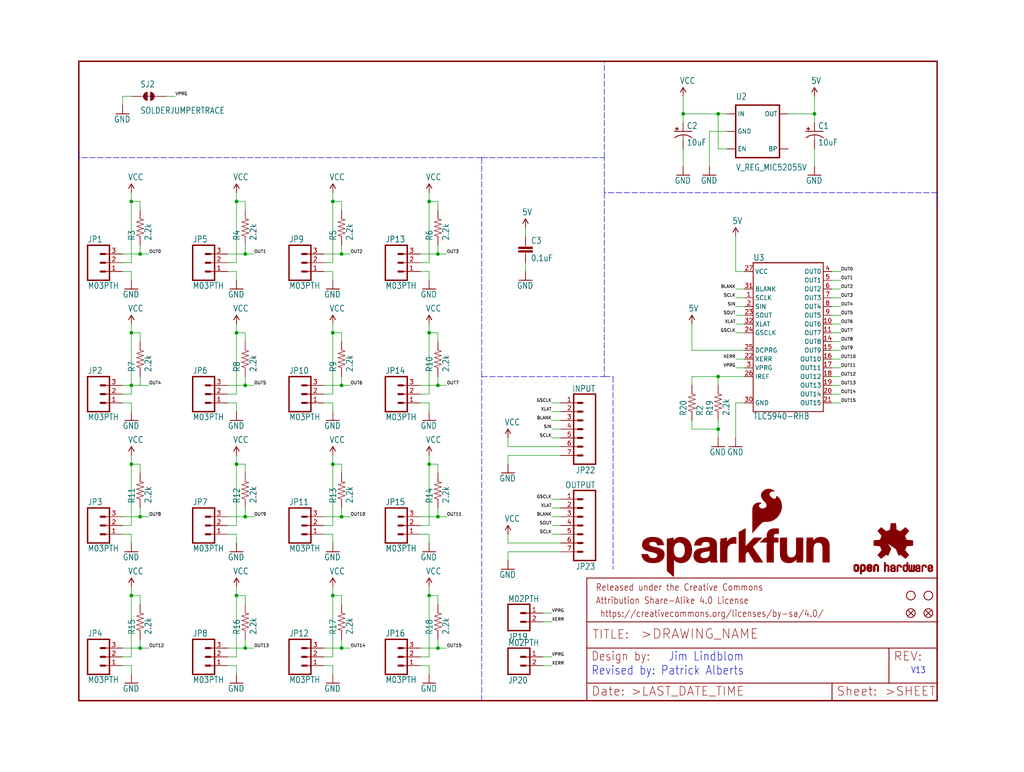
<source format=kicad_sch>
(kicad_sch (version 20211123) (generator eeschema)
  (paper "User" 297.002 223.926)
  (lib_symbols
    (symbol "schematicEagle-eagle-import:0.1UF-25V(+80{slash}-20%)(0603)"
      (property "Reference" "C" (at 1.524 2.921 0))
      (property "Value" "0.1UF-25V(+80{slash}-20%)(0603)" (at 1.524 -2.159 0))
      (symbol "0.1UF-25V(+80{slash}-20%)(0603)_1_0"
        (pin passive line (at 0 5.08 270) (length 2.54) (name "1") (number "1"))
        (pin passive line (at 0 -2.54 90) (length 2.54) (name "2") (number "2"))
      )
    )
    (symbol "schematicEagle-eagle-import:10UF-16V-10%(TANT)"
      (property "Reference" "C" (at 1.016 0.635 0))
      (property "Value" "10UF-16V-10%(TANT)" (at 1.016 -4.191 0))
      (symbol "10UF-16V-10%(TANT)_1_0"
        (pin passive line (at 0 2.54 270) (length 2.54) (name "+") (number "A"))
        (pin passive line (at 0 -5.08 90) (length 2.54) (name "-") (number "C"))
      )
    )
    (symbol "schematicEagle-eagle-import:10UF-20V-10%(TANT)"
      (property "Reference" "C" (at 1.016 0.635 0))
      (property "Value" "10UF-20V-10%(TANT)" (at 1.016 -4.191 0))
      (symbol "10UF-20V-10%(TANT)_1_0"
        (pin passive line (at 0 2.54 270) (length 2.54) (name "+") (number "A"))
        (pin passive line (at 0 -5.08 90) (length 2.54) (name "-") (number "C"))
      )
    )
    (symbol "schematicEagle-eagle-import:2.2KOHM-1{slash}10W-1%(0603)"
      (property "Reference" "R" (at -3.81 1.4986 0))
      (property "Value" "2.2KOHM-1{slash}10W-1%(0603)" (at -3.81 -3.302 0))
      (symbol "2.2KOHM-1{slash}10W-1%(0603)_1_0"
        (pin passive line (at -5.08 0 0) (length 2.54) (name "1") (number "1"))
        (pin passive line (at 5.08 0 180) (length 2.54) (name "2") (number "2"))
      )
    )
    (symbol "schematicEagle-eagle-import:5V" (power)
      (property "Value" "5V" (at -1.016 3.556 0))
      (symbol "5V_1_0"
        (pin power_in line (at 0 0 90) (length 2.54) (name "5V") (number "1"))
      )
    )
    (symbol "schematicEagle-eagle-import:FIDUCIAL1X2")
    (symbol "schematicEagle-eagle-import:FRAME-LETTER"
      (symbol "FRAME-LETTER_2_0"
        (text " https://creativecommons.org/licenses/by-sa/4.0/" (at 2.54 24.13 0) (effects (font (size 1.9304 1.6408)) (justify left bottom)))
        (text ">DRAWING_NAME" (at 15.494 17.78 0) (effects (font (size 2.7432 2.7432)) (justify left bottom)))
        (text ">LAST_DATE_TIME" (at 12.7 1.27 0) (effects (font (size 2.54 2.54)) (justify left bottom)))
        (text ">SHEET" (at 86.36 1.27 0) (effects (font (size 2.54 2.54)) (justify left bottom)))
        (text "Attribution Share-Alike 4.0 License" (at 2.54 27.94 0) (effects (font (size 1.9304 1.6408)) (justify left bottom)))
        (text "Date:" (at 1.27 1.27 0) (effects (font (size 2.54 2.54)) (justify left bottom)))
        (text "Design by:" (at 1.27 11.43 0) (effects (font (size 2.54 2.159)) (justify left bottom)))
        (text "Released under the Creative Commons" (at 2.54 31.75 0) (effects (font (size 1.9304 1.6408)) (justify left bottom)))
        (text "REV:" (at 88.9 11.43 0) (effects (font (size 2.54 2.54)) (justify left bottom)))
        (text "Sheet:" (at 72.39 1.27 0) (effects (font (size 2.54 2.54)) (justify left bottom)))
        (text "TITLE:" (at 1.524 17.78 0) (effects (font (size 2.54 2.54)) (justify left bottom)))
      )
    )
    (symbol "schematicEagle-eagle-import:GND" (power)
      (property "Value" "GND" (at -2.54 -2.54 0))
      (symbol "GND_1_0"
        (pin power_in line (at 0 2.54 270) (length 2.54) (name "GND") (number "1"))
      )
    )
    (symbol "schematicEagle-eagle-import:M02PTH"
      (property "Reference" "JP" (at -2.54 5.842 0))
      (property "Value" "M02PTH" (at -2.54 -5.08 0))
      (symbol "M02PTH_1_0"
        (pin passive line (at 7.62 0 180) (length 5.08) (name "1") (number "1"))
        (pin passive line (at 7.62 2.54 180) (length 5.08) (name "2") (number "2"))
      )
    )
    (symbol "schematicEagle-eagle-import:M03PTH"
      (property "Reference" "JP" (at -2.54 5.842 0))
      (property "Value" "M03PTH" (at -2.54 -7.62 0))
      (symbol "M03PTH_1_0"
        (pin passive line (at 7.62 -2.54 180) (length 5.08) (name "1") (number "1"))
        (pin passive line (at 7.62 0 180) (length 5.08) (name "2") (number "2"))
        (pin passive line (at 7.62 2.54 180) (length 5.08) (name "3") (number "3"))
      )
    )
    (symbol "schematicEagle-eagle-import:M07"
      (property "Reference" "JP" (at -5.08 13.462 0))
      (property "Value" "M07" (at -5.08 -10.16 0))
      (symbol "M07_1_0"
        (pin passive line (at 5.08 -5.08 180) (length 5.08) (name "1") (number "1"))
        (pin passive line (at 5.08 -2.54 180) (length 5.08) (name "2") (number "2"))
        (pin passive line (at 5.08 0 180) (length 5.08) (name "3") (number "3"))
        (pin passive line (at 5.08 2.54 180) (length 5.08) (name "4") (number "4"))
        (pin passive line (at 5.08 5.08 180) (length 5.08) (name "5") (number "5"))
        (pin passive line (at 5.08 7.62 180) (length 5.08) (name "6") (number "6"))
        (pin passive line (at 5.08 10.16 180) (length 5.08) (name "7") (number "7"))
      )
    )
    (symbol "schematicEagle-eagle-import:OSHW-LOGOS")
    (symbol "schematicEagle-eagle-import:RESISTORKIT"
      (property "Reference" "R" (at -3.81 1.4986 0))
      (property "Value" "RESISTORKIT" (at -3.81 -3.302 0))
      (symbol "RESISTORKIT_1_0"
        (pin passive line (at -5.08 0 0) (length 2.54) (name "1") (number "P$1"))
        (pin passive line (at 5.08 0 180) (length 2.54) (name "2") (number "P$2"))
      )
    )
    (symbol "schematicEagle-eagle-import:SFE_LOGO_NAME_FLAME.2_INCH")
    (symbol "schematicEagle-eagle-import:SOLDERJUMPERTRACE"
      (property "Reference" "SJ" (at -2.54 2.54 0))
      (property "Value" "SOLDERJUMPERTRACE" (at -2.54 -5.08 0))
      (symbol "SOLDERJUMPERTRACE_1_0"
        (pin passive line (at -5.08 0 0) (length 2.54) (name "1") (number "1"))
        (pin passive line (at 5.08 0 180) (length 2.54) (name "2") (number "2"))
      )
    )
    (symbol "schematicEagle-eagle-import:STAND-OFF")
    (symbol "schematicEagle-eagle-import:TLC5940-RHB"
      (property "Reference" "U" (at -10.16 20.828 0))
      (property "Value" "TLC5940-RHB" (at -10.16 -25.146 0))
      (symbol "TLC5940-RHB_1_0"
        (pin bidirectional line (at -12.7 10.16 0) (length 2.54) (name "SCLK") (number "1"))
        (pin bidirectional line (at 12.7 2.54 180) (length 2.54) (name "OUT6") (number "10"))
        (pin bidirectional line (at 12.7 0 180) (length 2.54) (name "OUT7") (number "11"))
        (pin bidirectional line (at 12.7 -2.54 180) (length 2.54) (name "OUT8") (number "14"))
        (pin bidirectional line (at 12.7 -5.08 180) (length 2.54) (name "OUT9") (number "15"))
        (pin bidirectional line (at 12.7 -7.62 180) (length 2.54) (name "OUT10") (number "16"))
        (pin bidirectional line (at 12.7 -10.16 180) (length 2.54) (name "OUT11") (number "17"))
        (pin bidirectional line (at 12.7 -12.7 180) (length 2.54) (name "OUT12") (number "18"))
        (pin bidirectional line (at 12.7 -15.24 180) (length 2.54) (name "OUT13") (number "19"))
        (pin bidirectional line (at -12.7 7.62 0) (length 2.54) (name "SIN") (number "2"))
        (pin bidirectional line (at 12.7 -17.78 180) (length 2.54) (name "OUT14") (number "20"))
        (pin bidirectional line (at 12.7 -20.32 180) (length 2.54) (name "OUT15") (number "21"))
        (pin bidirectional line (at -12.7 -7.62 0) (length 2.54) (name "XERR") (number "22"))
        (pin bidirectional line (at -12.7 5.08 0) (length 2.54) (name "SOUT") (number "23"))
        (pin bidirectional line (at -12.7 0 0) (length 2.54) (name "GSCLK") (number "24"))
        (pin bidirectional line (at -12.7 -5.08 0) (length 2.54) (name "DCPRG") (number "25"))
        (pin bidirectional line (at -12.7 -12.7 0) (length 2.54) (name "IREF") (number "26"))
        (pin bidirectional line (at -12.7 17.78 0) (length 2.54) (name "VCC") (number "27"))
        (pin bidirectional line (at -12.7 -10.16 0) (length 2.54) (name "VPRG") (number "3"))
        (pin bidirectional line (at -12.7 -20.32 0) (length 2.54) (name "GND") (number "30"))
        (pin bidirectional line (at -12.7 12.7 0) (length 2.54) (name "BLANK") (number "31"))
        (pin bidirectional line (at -12.7 2.54 0) (length 2.54) (name "XLAT") (number "32"))
        (pin bidirectional line (at 12.7 17.78 180) (length 2.54) (name "OUT0") (number "4"))
        (pin bidirectional line (at 12.7 15.24 180) (length 2.54) (name "OUT1") (number "5"))
        (pin bidirectional line (at 12.7 12.7 180) (length 2.54) (name "OUT2") (number "6"))
        (pin bidirectional line (at 12.7 10.16 180) (length 2.54) (name "OUT3") (number "7"))
        (pin bidirectional line (at 12.7 7.62 180) (length 2.54) (name "OUT4") (number "8"))
        (pin bidirectional line (at 12.7 5.08 180) (length 2.54) (name "OUT5") (number "9"))
      )
    )
    (symbol "schematicEagle-eagle-import:VCC" (power)
      (property "Value" "VCC" (at -1.016 3.556 0))
      (symbol "VCC_1_0"
        (pin power_in line (at 0 0 90) (length 2.54) (name "VCC") (number "1"))
      )
    )
    (symbol "schematicEagle-eagle-import:V_REG_MIC52055V"
      (property "Value" "V_REG_MIC52055V" (at -7.62 -11.43 0))
      (symbol "V_REG_MIC52055V_1_0"
        (pin input line (at -10.16 5.08 0) (length 2.54) (name "IN") (number "1"))
        (pin input line (at -10.16 0 0) (length 2.54) (name "GND") (number "2"))
        (pin input line (at -10.16 -5.08 0) (length 2.54) (name "EN") (number "3"))
        (pin input line (at 7.62 -5.08 180) (length 2.54) (name "BP") (number "4"))
        (pin passive line (at 7.62 5.08 180) (length 2.54) (name "OUT") (number "5"))
      )
    )
  )
  (junction (at 40.64 73.66))
  (junction (at 208.28 109.22))
  (junction (at 71.12 149.86))
  (junction (at 71.12 187.96))
  (junction (at 96.52 96.52))
  (junction (at 124.46 58.42))
  (junction (at 99.06 73.66))
  (junction (at 40.64 187.96))
  (junction (at 124.46 96.52))
  (junction (at 96.52 134.62))
  (junction (at 208.28 33.02))
  (junction (at 96.52 58.42))
  (junction (at 124.46 172.72))
  (junction (at 127 149.86))
  (junction (at 38.1 58.42))
  (junction (at 127 73.66))
  (junction (at 71.12 111.76))
  (junction (at 99.06 149.86))
  (junction (at 99.06 187.96))
  (junction (at 124.46 134.62))
  (junction (at 68.58 58.42))
  (junction (at 236.22 33.02))
  (junction (at 198.12 33.02))
  (junction (at 68.58 134.62))
  (junction (at 38.1 134.62))
  (junction (at 99.06 111.76))
  (junction (at 96.52 172.72))
  (junction (at 68.58 96.52))
  (junction (at 68.58 172.72))
  (junction (at 38.1 111.76))
  (junction (at 127 111.76))
  (junction (at 40.64 149.86))
  (junction (at 71.12 73.66))
  (junction (at 38.1 96.52))
  (junction (at 208.28 124.46))
  (junction (at 127 187.96))
  (junction (at 38.1 172.72))
  (wire (pts (xy 127 172.72) (xy 124.46 172.72)))
  (wire (pts (xy 200.66 111.76) (xy 200.66 109.22)))
  (wire (pts (xy 71.12 172.72) (xy 68.58 172.72)))
  (polyline (pts (xy 175.26 109.22) (xy 177.8 109.22)))
  (wire (pts (xy 93.98 190.5) (xy 96.52 190.5)))
  (wire (pts (xy 68.58 76.2) (xy 68.58 58.42)))
  (polyline (pts (xy 177.8 109.22) (xy 177.8 165.1)))
  (wire (pts (xy 99.06 109.22) (xy 99.06 111.76)))
  (wire (pts (xy 236.22 33.02) (xy 236.22 35.56)))
  (wire (pts (xy 241.3 93.98) (xy 243.84 93.98)))
  (wire (pts (xy 162.56 124.46) (xy 160.02 124.46)))
  (wire (pts (xy 241.3 83.82) (xy 243.84 83.82)))
  (wire (pts (xy 215.9 96.52) (xy 213.36 96.52)))
  (wire (pts (xy 236.22 48.26) (xy 236.22 43.18)))
  (wire (pts (xy 124.46 114.3) (xy 124.46 96.52)))
  (wire (pts (xy 96.52 193.04) (xy 96.52 195.58)))
  (wire (pts (xy 38.1 190.5) (xy 38.1 172.72)))
  (wire (pts (xy 162.56 144.78) (xy 160.02 144.78)))
  (wire (pts (xy 99.06 172.72) (xy 96.52 172.72)))
  (wire (pts (xy 121.92 154.94) (xy 124.46 154.94)))
  (wire (pts (xy 66.04 193.04) (xy 68.58 193.04)))
  (wire (pts (xy 200.66 101.6) (xy 200.66 93.98)))
  (wire (pts (xy 68.58 96.52) (xy 68.58 93.98)))
  (wire (pts (xy 93.98 154.94) (xy 96.52 154.94)))
  (wire (pts (xy 121.92 76.2) (xy 124.46 76.2)))
  (wire (pts (xy 35.56 114.3) (xy 38.1 114.3)))
  (wire (pts (xy 66.04 187.96) (xy 71.12 187.96)))
  (wire (pts (xy 162.56 129.54) (xy 147.32 129.54)))
  (wire (pts (xy 96.52 116.84) (xy 96.52 119.38)))
  (wire (pts (xy 241.3 91.44) (xy 243.84 91.44)))
  (wire (pts (xy 93.98 73.66) (xy 99.06 73.66)))
  (wire (pts (xy 121.92 149.86) (xy 127 149.86)))
  (wire (pts (xy 71.12 96.52) (xy 68.58 96.52)))
  (wire (pts (xy 68.58 154.94) (xy 68.58 157.48)))
  (wire (pts (xy 127 73.66) (xy 129.54 73.66)))
  (wire (pts (xy 40.64 60.96) (xy 40.64 58.42)))
  (wire (pts (xy 48.26 27.94) (xy 50.8 27.94)))
  (wire (pts (xy 241.3 88.9) (xy 243.84 88.9)))
  (wire (pts (xy 215.9 86.36) (xy 213.36 86.36)))
  (wire (pts (xy 35.56 152.4) (xy 38.1 152.4)))
  (wire (pts (xy 99.06 71.12) (xy 99.06 73.66)))
  (wire (pts (xy 96.52 78.74) (xy 96.52 81.28)))
  (wire (pts (xy 38.1 111.76) (xy 43.18 111.76)))
  (wire (pts (xy 38.1 114.3) (xy 38.1 111.76)))
  (wire (pts (xy 213.36 78.74) (xy 213.36 68.58)))
  (polyline (pts (xy 175.26 55.88) (xy 175.26 45.72)))
  (wire (pts (xy 162.56 160.02) (xy 147.32 160.02)))
  (wire (pts (xy 157.48 177.8) (xy 160.02 177.8)))
  (wire (pts (xy 99.06 96.52) (xy 96.52 96.52)))
  (wire (pts (xy 215.9 78.74) (xy 213.36 78.74)))
  (wire (pts (xy 93.98 78.74) (xy 96.52 78.74)))
  (wire (pts (xy 35.56 187.96) (xy 40.64 187.96)))
  (wire (pts (xy 68.58 116.84) (xy 68.58 119.38)))
  (wire (pts (xy 38.1 58.42) (xy 38.1 55.88)))
  (wire (pts (xy 147.32 132.08) (xy 147.32 134.62)))
  (wire (pts (xy 96.52 172.72) (xy 96.52 170.18)))
  (wire (pts (xy 241.3 96.52) (xy 243.84 96.52)))
  (wire (pts (xy 127 58.42) (xy 124.46 58.42)))
  (wire (pts (xy 99.06 60.96) (xy 99.06 58.42)))
  (wire (pts (xy 241.3 86.36) (xy 243.84 86.36)))
  (wire (pts (xy 215.9 101.6) (xy 200.66 101.6)))
  (wire (pts (xy 66.04 114.3) (xy 68.58 114.3)))
  (wire (pts (xy 68.58 172.72) (xy 68.58 170.18)))
  (wire (pts (xy 96.52 134.62) (xy 96.52 132.08)))
  (wire (pts (xy 71.12 137.16) (xy 71.12 134.62)))
  (wire (pts (xy 162.56 147.32) (xy 160.02 147.32)))
  (wire (pts (xy 213.36 116.84) (xy 213.36 127)))
  (wire (pts (xy 124.46 116.84) (xy 124.46 119.38)))
  (wire (pts (xy 38.1 27.94) (xy 35.56 27.94)))
  (wire (pts (xy 99.06 111.76) (xy 101.6 111.76)))
  (wire (pts (xy 121.92 190.5) (xy 124.46 190.5)))
  (wire (pts (xy 127 73.66) (xy 127 71.12)))
  (wire (pts (xy 236.22 33.02) (xy 236.22 27.94)))
  (wire (pts (xy 241.3 114.3) (xy 243.84 114.3)))
  (wire (pts (xy 35.56 190.5) (xy 38.1 190.5)))
  (polyline (pts (xy 139.7 45.72) (xy 22.86 45.72)))
  (wire (pts (xy 40.64 71.12) (xy 40.64 73.66)))
  (wire (pts (xy 200.66 109.22) (xy 208.28 109.22)))
  (wire (pts (xy 96.52 154.94) (xy 96.52 157.48)))
  (wire (pts (xy 162.56 157.48) (xy 147.32 157.48)))
  (wire (pts (xy 200.66 124.46) (xy 208.28 124.46)))
  (wire (pts (xy 40.64 96.52) (xy 38.1 96.52)))
  (wire (pts (xy 35.56 76.2) (xy 38.1 76.2)))
  (wire (pts (xy 215.9 116.84) (xy 213.36 116.84)))
  (wire (pts (xy 162.56 149.86) (xy 160.02 149.86)))
  (wire (pts (xy 127 175.26) (xy 127 172.72)))
  (wire (pts (xy 71.12 60.96) (xy 71.12 58.42)))
  (wire (pts (xy 99.06 175.26) (xy 99.06 172.72)))
  (wire (pts (xy 162.56 154.94) (xy 160.02 154.94)))
  (wire (pts (xy 40.64 149.86) (xy 43.18 149.86)))
  (wire (pts (xy 93.98 76.2) (xy 96.52 76.2)))
  (wire (pts (xy 68.58 152.4) (xy 68.58 134.62)))
  (wire (pts (xy 99.06 149.86) (xy 101.6 149.86)))
  (polyline (pts (xy 271.78 58.42) (xy 271.78 55.88)))
  (wire (pts (xy 157.48 193.04) (xy 160.02 193.04)))
  (wire (pts (xy 93.98 193.04) (xy 96.52 193.04)))
  (wire (pts (xy 93.98 116.84) (xy 96.52 116.84)))
  (polyline (pts (xy 139.7 203.2) (xy 139.7 109.22)))
  (wire (pts (xy 124.46 58.42) (xy 124.46 55.88)))
  (wire (pts (xy 124.46 134.62) (xy 124.46 132.08)))
  (wire (pts (xy 68.58 134.62) (xy 68.58 132.08)))
  (wire (pts (xy 127 149.86) (xy 129.54 149.86)))
  (wire (pts (xy 40.64 58.42) (xy 38.1 58.42)))
  (wire (pts (xy 71.12 134.62) (xy 68.58 134.62)))
  (wire (pts (xy 127 137.16) (xy 127 134.62)))
  (wire (pts (xy 121.92 193.04) (xy 124.46 193.04)))
  (wire (pts (xy 35.56 154.94) (xy 38.1 154.94)))
  (polyline (pts (xy 175.26 55.88) (xy 175.26 109.22)))
  (wire (pts (xy 99.06 99.06) (xy 99.06 96.52)))
  (wire (pts (xy 38.1 193.04) (xy 38.1 195.58)))
  (polyline (pts (xy 139.7 109.22) (xy 139.7 45.72)))
  (wire (pts (xy 157.48 190.5) (xy 160.02 190.5)))
  (wire (pts (xy 71.12 99.06) (xy 71.12 96.52)))
  (wire (pts (xy 96.52 114.3) (xy 96.52 96.52)))
  (wire (pts (xy 200.66 121.92) (xy 200.66 124.46)))
  (wire (pts (xy 71.12 109.22) (xy 71.12 111.76)))
  (wire (pts (xy 71.12 175.26) (xy 71.12 172.72)))
  (wire (pts (xy 205.74 38.1) (xy 210.82 38.1)))
  (wire (pts (xy 93.98 114.3) (xy 96.52 114.3)))
  (wire (pts (xy 71.12 71.12) (xy 71.12 73.66)))
  (wire (pts (xy 40.64 73.66) (xy 43.18 73.66)))
  (wire (pts (xy 127 111.76) (xy 129.54 111.76)))
  (wire (pts (xy 241.3 116.84) (xy 243.84 116.84)))
  (wire (pts (xy 215.9 109.22) (xy 208.28 109.22)))
  (wire (pts (xy 99.06 134.62) (xy 96.52 134.62)))
  (wire (pts (xy 162.56 121.92) (xy 160.02 121.92)))
  (wire (pts (xy 127 99.06) (xy 127 96.52)))
  (wire (pts (xy 99.06 137.16) (xy 99.06 134.62)))
  (wire (pts (xy 124.46 193.04) (xy 124.46 195.58)))
  (wire (pts (xy 147.32 157.48) (xy 147.32 154.94)))
  (wire (pts (xy 127 187.96) (xy 129.54 187.96)))
  (wire (pts (xy 68.58 114.3) (xy 68.58 96.52)))
  (wire (pts (xy 152.4 78.74) (xy 152.4 76.2)))
  (wire (pts (xy 93.98 152.4) (xy 96.52 152.4)))
  (wire (pts (xy 96.52 190.5) (xy 96.52 172.72)))
  (wire (pts (xy 66.04 152.4) (xy 68.58 152.4)))
  (wire (pts (xy 66.04 149.86) (xy 71.12 149.86)))
  (wire (pts (xy 66.04 76.2) (xy 68.58 76.2)))
  (wire (pts (xy 38.1 172.72) (xy 38.1 170.18)))
  (wire (pts (xy 215.9 83.82) (xy 213.36 83.82)))
  (polyline (pts (xy 271.78 55.88) (xy 175.26 55.88)))
  (wire (pts (xy 99.06 73.66) (xy 101.6 73.66)))
  (wire (pts (xy 99.06 187.96) (xy 99.06 185.42)))
  (wire (pts (xy 162.56 127) (xy 160.02 127)))
  (wire (pts (xy 71.12 187.96) (xy 71.12 185.42)))
  (wire (pts (xy 40.64 187.96) (xy 40.64 185.42)))
  (wire (pts (xy 71.12 149.86) (xy 71.12 147.32)))
  (wire (pts (xy 215.9 93.98) (xy 213.36 93.98)))
  (wire (pts (xy 68.58 190.5) (xy 68.58 172.72)))
  (wire (pts (xy 38.1 76.2) (xy 38.1 58.42)))
  (wire (pts (xy 99.06 149.86) (xy 99.06 147.32)))
  (wire (pts (xy 35.56 116.84) (xy 38.1 116.84)))
  (wire (pts (xy 208.28 109.22) (xy 208.28 111.76)))
  (wire (pts (xy 215.9 88.9) (xy 213.36 88.9)))
  (wire (pts (xy 35.56 73.66) (xy 40.64 73.66)))
  (wire (pts (xy 241.3 81.28) (xy 243.84 81.28)))
  (wire (pts (xy 71.12 149.86) (xy 73.66 149.86)))
  (wire (pts (xy 71.12 58.42) (xy 68.58 58.42)))
  (wire (pts (xy 71.12 73.66) (xy 73.66 73.66)))
  (wire (pts (xy 35.56 30.48) (xy 35.56 27.94)))
  (wire (pts (xy 121.92 152.4) (xy 124.46 152.4)))
  (polyline (pts (xy 139.7 109.22) (xy 175.26 109.22)))
  (wire (pts (xy 215.9 104.14) (xy 213.36 104.14)))
  (wire (pts (xy 124.46 154.94) (xy 124.46 157.48)))
  (wire (pts (xy 38.1 111.76) (xy 38.1 96.52)))
  (wire (pts (xy 241.3 104.14) (xy 243.84 104.14)))
  (polyline (pts (xy 175.26 45.72) (xy 175.26 17.78)))
  (wire (pts (xy 96.52 96.52) (xy 96.52 93.98)))
  (wire (pts (xy 215.9 106.68) (xy 213.36 106.68)))
  (wire (pts (xy 93.98 111.76) (xy 99.06 111.76)))
  (wire (pts (xy 40.64 175.26) (xy 40.64 172.72)))
  (wire (pts (xy 99.06 58.42) (xy 96.52 58.42)))
  (wire (pts (xy 228.6 33.02) (xy 236.22 33.02)))
  (wire (pts (xy 38.1 134.62) (xy 38.1 132.08)))
  (wire (pts (xy 35.56 193.04) (xy 38.1 193.04)))
  (wire (pts (xy 208.28 33.02) (xy 198.12 33.02)))
  (wire (pts (xy 162.56 132.08) (xy 147.32 132.08)))
  (wire (pts (xy 96.52 58.42) (xy 96.52 55.88)))
  (wire (pts (xy 35.56 149.86) (xy 40.64 149.86)))
  (wire (pts (xy 124.46 96.52) (xy 124.46 93.98)))
  (wire (pts (xy 241.3 99.06) (xy 243.84 99.06)))
  (wire (pts (xy 162.56 119.38) (xy 160.02 119.38)))
  (wire (pts (xy 205.74 48.26) (xy 205.74 38.1)))
  (wire (pts (xy 215.9 91.44) (xy 213.36 91.44)))
  (wire (pts (xy 38.1 96.52) (xy 38.1 93.98)))
  (wire (pts (xy 121.92 73.66) (xy 127 73.66)))
  (wire (pts (xy 124.46 172.72) (xy 124.46 170.18)))
  (wire (pts (xy 208.28 127) (xy 208.28 124.46)))
  (wire (pts (xy 124.46 76.2) (xy 124.46 58.42)))
  (wire (pts (xy 241.3 111.76) (xy 243.84 111.76)))
  (wire (pts (xy 99.06 187.96) (xy 101.6 187.96)))
  (wire (pts (xy 152.4 66.04) (xy 152.4 68.58)))
  (wire (pts (xy 96.52 152.4) (xy 96.52 134.62)))
  (wire (pts (xy 66.04 111.76) (xy 71.12 111.76)))
  (wire (pts (xy 38.1 78.74) (xy 38.1 81.28)))
  (wire (pts (xy 208.28 43.18) (xy 208.28 33.02)))
  (wire (pts (xy 96.52 76.2) (xy 96.52 58.42)))
  (wire (pts (xy 127 134.62) (xy 124.46 134.62)))
  (wire (pts (xy 210.82 33.02) (xy 208.28 33.02)))
  (polyline (pts (xy 139.7 45.72) (xy 175.26 45.72)))
  (wire (pts (xy 38.1 154.94) (xy 38.1 157.48)))
  (wire (pts (xy 93.98 149.86) (xy 99.06 149.86)))
  (wire (pts (xy 124.46 152.4) (xy 124.46 134.62)))
  (wire (pts (xy 121.92 116.84) (xy 124.46 116.84)))
  (wire (pts (xy 71.12 187.96) (xy 73.66 187.96)))
  (wire (pts (xy 121.92 111.76) (xy 127 111.76)))
  (wire (pts (xy 127 60.96) (xy 127 58.42)))
  (wire (pts (xy 66.04 78.74) (xy 68.58 78.74)))
  (wire (pts (xy 241.3 101.6) (xy 243.84 101.6)))
  (wire (pts (xy 198.12 48.26) (xy 198.12 43.18)))
  (wire (pts (xy 40.64 187.96) (xy 43.18 187.96)))
  (wire (pts (xy 38.1 116.84) (xy 38.1 119.38)))
  (wire (pts (xy 66.04 154.94) (xy 68.58 154.94)))
  (wire (pts (xy 38.1 152.4) (xy 38.1 134.62)))
  (wire (pts (xy 40.64 137.16) (xy 40.64 134.62)))
  (wire (pts (xy 198.12 35.56) (xy 198.12 33.02)))
  (wire (pts (xy 66.04 190.5) (xy 68.58 190.5)))
  (wire (pts (xy 127 187.96) (xy 127 185.42)))
  (wire (pts (xy 40.64 99.06) (xy 40.64 96.52)))
  (wire (pts (xy 121.92 114.3) (xy 124.46 114.3)))
  (wire (pts (xy 121.92 187.96) (xy 127 187.96)))
  (wire (pts (xy 66.04 73.66) (xy 71.12 73.66)))
  (wire (pts (xy 68.58 78.74) (xy 68.58 81.28)))
  (wire (pts (xy 40.64 172.72) (xy 38.1 172.72)))
  (polyline (pts (xy 22.86 45.72) (xy 22.86 43.18)))
  (polyline (pts (xy 44.196 27.94) (xy 42.164 27.94)))
  (wire (pts (xy 68.58 58.42) (xy 68.58 55.88)))
  (wire (pts (xy 66.04 116.84) (xy 68.58 116.84)))
  (wire (pts (xy 35.56 111.76) (xy 38.1 111.76)))
  (wire (pts (xy 241.3 106.68) (xy 243.84 106.68)))
  (wire (pts (xy 40.64 134.62) (xy 38.1 134.62)))
  (wire (pts (xy 40.64 149.86) (xy 40.64 147.32)))
  (wire (pts (xy 241.3 78.74) (xy 243.84 78.74)))
  (wire (pts (xy 68.58 193.04) (xy 68.58 195.58)))
  (wire (pts (xy 208.28 124.46) (xy 208.28 121.92)))
  (wire (pts (xy 40.64 111.76) (xy 40.64 109.22)))
  (wire (pts (xy 71.12 111.76) (xy 73.66 111.76)))
  (wire (pts (xy 124.46 78.74) (xy 124.46 81.28)))
  (wire (pts (xy 127 96.52) (xy 124.46 96.52)))
  (wire (pts (xy 210.82 43.18) (xy 208.28 43.18)))
  (wire (pts (xy 121.92 78.74) (xy 124.46 78.74)))
  (wire (pts (xy 124.46 190.5) (xy 124.46 172.72)))
  (wire (pts (xy 147.32 129.54) (xy 147.32 127)))
  (wire (pts (xy 147.32 160.02) (xy 147.32 162.56)))
  (wire (pts (xy 241.3 109.22) (xy 243.84 109.22)))
  (wire (pts (xy 127 149.86) (xy 127 147.32)))
  (wire (pts (xy 162.56 152.4) (xy 160.02 152.4)))
  (wire (pts (xy 157.48 180.34) (xy 160.02 180.34)))
  (wire (pts (xy 127 109.22) (xy 127 111.76)))
  (wire (pts (xy 162.56 116.84) (xy 160.02 116.84)))
  (wire (pts (xy 35.56 78.74) (xy 38.1 78.74)))
  (wire (pts (xy 198.12 33.02) (xy 198.12 27.94)))
  (wire (pts (xy 93.98 187.96) (xy 99.06 187.96)))
  (text "Jim Lindblom" (at 193.802 192.024 180) (effects (font (size 2.54 2.159)) (justify left bottom)))
  (text "V13" (at 264.16 195.58 180) (effects (font (size 1.778 1.5113)) (justify left bottom)))
  (text "Revised by: Patrick Alberts" (at 171.45 196.088 180) (effects (font (size 2.54 2.159)) (justify left bottom)))
  (label "VPRG" (at 160.02 190.5 0) (effects (font (size 0.889 0.889))))
  (label "SCLK" (at 160.02 154.94 180) (effects (font (size 0.889 0.889))))
  (label "OUT6" (at 243.84 93.98 0) (effects (font (size 0.889 0.889))))
  (label "SOUT" (at 160.02 152.4 180) (effects (font (size 0.889 0.889))))
  (label "OUT6" (at 101.6 111.76 0) (effects (font (size 0.889 0.889))))
  (label "OUT13" (at 243.84 111.76 0) (effects (font (size 0.889 0.889))))
  (label "OUT0" (at 43.18 73.66 0) (effects (font (size 0.889 0.889))))
  (label "OUT10" (at 243.84 104.14 0) (effects (font (size 0.889 0.889))))
  (label "BLANK" (at 213.36 83.82 180) (effects (font (size 0.889 0.889))))
  (label "OUT4" (at 43.18 111.76 0) (effects (font (size 0.889 0.889))))
  (label "OUT9" (at 73.66 149.86 0) (effects (font (size 0.889 0.889))))
  (label "BLANK" (at 160.02 149.86 180) (effects (font (size 0.889 0.889))))
  (label "XERR" (at 160.02 180.34 0) (effects (font (size 0.889 0.889))))
  (label "OUT3" (at 243.84 86.36 0) (effects (font (size 0.889 0.889))))
  (label "GSCLK" (at 160.02 144.78 180) (effects (font (size 0.889 0.889))))
  (label "OUT15" (at 243.84 116.84 0) (effects (font (size 0.889 0.889))))
  (label "OUT10" (at 101.6 149.86 0) (effects (font (size 0.889 0.889))))
  (label "VPRG" (at 160.02 177.8 0) (effects (font (size 0.889 0.889))))
  (label "OUT15" (at 129.54 187.96 0) (effects (font (size 0.889 0.889))))
  (label "SOUT" (at 213.36 91.44 180) (effects (font (size 0.889 0.889))))
  (label "OUT5" (at 73.66 111.76 0) (effects (font (size 0.889 0.889))))
  (label "VPRG" (at 213.36 106.68 180) (effects (font (size 0.889 0.889))))
  (label "OUT4" (at 243.84 88.9 0) (effects (font (size 0.889 0.889))))
  (label "OUT1" (at 73.66 73.66 0) (effects (font (size 0.889 0.889))))
  (label "OUT14" (at 243.84 114.3 0) (effects (font (size 0.889 0.889))))
  (label "BLANK" (at 160.02 121.92 180) (effects (font (size 0.889 0.889))))
  (label "XERR" (at 160.02 193.04 0) (effects (font (size 0.889 0.889))))
  (label "GSCLK" (at 213.36 96.52 180) (effects (font (size 0.889 0.889))))
  (label "XLAT" (at 160.02 147.32 180) (effects (font (size 0.889 0.889))))
  (label "OUT3" (at 129.54 73.66 0) (effects (font (size 0.889 0.889))))
  (label "OUT7" (at 129.54 111.76 0) (effects (font (size 0.889 0.889))))
  (label "XLAT" (at 213.36 93.98 180) (effects (font (size 0.889 0.889))))
  (label "OUT7" (at 243.84 96.52 0) (effects (font (size 0.889 0.889))))
  (label "OUT11" (at 243.84 106.68 0) (effects (font (size 0.889 0.889))))
  (label "OUT12" (at 43.18 187.96 0) (effects (font (size 0.889 0.889))))
  (label "OUT8" (at 43.18 149.86 0) (effects (font (size 0.889 0.889))))
  (label "OUT2" (at 243.84 83.82 0) (effects (font (size 0.889 0.889))))
  (label "OUT0" (at 243.84 78.74 0) (effects (font (size 0.889 0.889))))
  (label "XLAT" (at 160.02 119.38 180) (effects (font (size 0.889 0.889))))
  (label "OUT12" (at 243.84 109.22 0) (effects (font (size 0.889 0.889))))
  (label "XERR" (at 213.36 104.14 180) (effects (font (size 0.889 0.889))))
  (label "GSCLK" (at 160.02 116.84 180) (effects (font (size 0.889 0.889))))
  (label "OUT5" (at 243.84 91.44 0) (effects (font (size 0.889 0.889))))
  (label "OUT13" (at 73.66 187.96 0) (effects (font (size 0.889 0.889))))
  (label "SCLK" (at 213.36 86.36 180) (effects (font (size 0.889 0.889))))
  (label "OUT1" (at 243.84 81.28 0) (effects (font (size 0.889 0.889))))
  (label "VPRG" (at 50.8 27.94 0) (effects (font (size 0.889 0.889))))
  (label "SCLK" (at 160.02 127 180) (effects (font (size 0.889 0.889))))
  (label "OUT9" (at 243.84 101.6 0) (effects (font (size 0.889 0.889))))
  (label "OUT14" (at 101.6 187.96 0) (effects (font (size 0.889 0.889))))
  (label "SIN" (at 213.36 88.9 180) (effects (font (size 0.889 0.889))))
  (label "OUT11" (at 129.54 149.86 0) (effects (font (size 0.889 0.889))))
  (label "OUT8" (at 243.84 99.06 0) (effects (font (size 0.889 0.889))))
  (label "OUT2" (at 101.6 73.66 0) (effects (font (size 0.889 0.889))))
  (label "SIN" (at 160.02 124.46 180) (effects (font (size 0.889 0.889))))
  (symbol (lib_id "schematicEagle-eagle-import:M03PTH") (at 114.3 76.2 0) (unit 1)
    (property "Reference" "JP13" (at 111.76 70.358 0) (effects (font (size 1.778 1.5113)) (justify left bottom)))
    (property "Value" "M03PTH" (at 111.76 83.82 0) (effects (font (size 1.778 1.5113)) (justify left bottom)))
    (property "Footprint" "schematicEagle:1X03" (effects hide))
  )
  (symbol (lib_id "schematicEagle-eagle-import:2.2KOHM-1{slash}10W-1%(0603)") (at 40.64 180.34 90) (unit 1)
    (property "Reference" "R15" (at 39.1414 184.15 0) (effects (font (size 1.778 1.5113)) (justify left bottom)))
    (property "Value" "2.2k" (at 43.942 184.15 0) (effects (font (size 1.778 1.5113)) (justify left bottom)))
    (property "Footprint" "schematicEagle:0603-RES" (effects hide))
  )
  (symbol (lib_id "schematicEagle-eagle-import:VCC") (at 124.46 55.88 0) (unit 1)
    (property "Reference" "#P+15" (effects hide))
    (property "Value" "VCC" (at 123.444 52.324 0) (effects (font (size 1.778 1.5113)) (justify left bottom)))
    (property "Footprint" "schematicEagle:" (effects hide))
  )
  (symbol (lib_id "schematicEagle-eagle-import:VCC") (at 38.1 132.08 0) (unit 1)
    (property "Reference" "#P+5" (effects hide))
    (property "Value" "VCC" (at 37.084 128.524 0) (effects (font (size 1.778 1.5113)) (justify left bottom)))
    (property "Footprint" "schematicEagle:" (effects hide))
  )
  (symbol (lib_id "schematicEagle-eagle-import:2.2KOHM-1{slash}10W-1%(0603)") (at 40.64 66.04 90) (unit 1)
    (property "Reference" "R3" (at 39.1414 69.85 0) (effects (font (size 1.778 1.5113)) (justify left bottom)))
    (property "Value" "2.2k" (at 43.942 69.85 0) (effects (font (size 1.778 1.5113)) (justify left bottom)))
    (property "Footprint" "schematicEagle:0603-RES" (effects hide))
  )
  (symbol (lib_id "schematicEagle-eagle-import:M03PTH") (at 86.36 76.2 0) (unit 1)
    (property "Reference" "JP9" (at 83.82 70.358 0) (effects (font (size 1.778 1.5113)) (justify left bottom)))
    (property "Value" "M03PTH" (at 83.82 83.82 0) (effects (font (size 1.778 1.5113)) (justify left bottom)))
    (property "Footprint" "schematicEagle:1X03" (effects hide))
  )
  (symbol (lib_id "schematicEagle-eagle-import:GND") (at 205.74 50.8 0) (unit 1)
    (property "Reference" "#GND21" (effects hide))
    (property "Value" "GND" (at 203.2 53.34 0) (effects (font (size 1.778 1.5113)) (justify left bottom)))
    (property "Footprint" "schematicEagle:" (effects hide))
  )
  (symbol (lib_id "schematicEagle-eagle-import:VCC") (at 68.58 132.08 0) (unit 1)
    (property "Reference" "#P+9" (effects hide))
    (property "Value" "VCC" (at 67.564 128.524 0) (effects (font (size 1.778 1.5113)) (justify left bottom)))
    (property "Footprint" "schematicEagle:" (effects hide))
  )
  (symbol (lib_id "schematicEagle-eagle-import:2.2KOHM-1{slash}10W-1%(0603)") (at 127 180.34 90) (unit 1)
    (property "Reference" "R18" (at 125.5014 184.15 0) (effects (font (size 1.778 1.5113)) (justify left bottom)))
    (property "Value" "2.2k" (at 130.302 184.15 0) (effects (font (size 1.778 1.5113)) (justify left bottom)))
    (property "Footprint" "schematicEagle:0603-RES" (effects hide))
  )
  (symbol (lib_id "schematicEagle-eagle-import:GND") (at 198.12 50.8 0) (unit 1)
    (property "Reference" "#GND20" (effects hide))
    (property "Value" "GND" (at 195.58 53.34 0) (effects (font (size 1.778 1.5113)) (justify left bottom)))
    (property "Footprint" "schematicEagle:" (effects hide))
  )
  (symbol (lib_id "schematicEagle-eagle-import:2.2KOHM-1{slash}10W-1%(0603)") (at 127 142.24 90) (unit 1)
    (property "Reference" "R14" (at 125.5014 146.05 0) (effects (font (size 1.778 1.5113)) (justify left bottom)))
    (property "Value" "2.2k" (at 130.302 146.05 0) (effects (font (size 1.778 1.5113)) (justify left bottom)))
    (property "Footprint" "schematicEagle:0603-RES" (effects hide))
  )
  (symbol (lib_id "schematicEagle-eagle-import:10UF-16V-10%(TANT)") (at 236.22 38.1 0) (unit 1)
    (property "Reference" "C1" (at 237.236 37.465 0) (effects (font (size 1.778 1.5113)) (justify left bottom)))
    (property "Value" "10uF" (at 237.236 42.291 0) (effects (font (size 1.778 1.5113)) (justify left bottom)))
    (property "Footprint" "schematicEagle:EIA3216" (effects hide))
  )
  (symbol (lib_id "schematicEagle-eagle-import:SOLDERJUMPERTRACE") (at 43.18 27.94 0) (unit 1)
    (property "Reference" "SJ2" (at 40.64 25.4 0) (effects (font (size 1.778 1.5113)) (justify left bottom)))
    (property "Value" "SOLDERJUMPERTRACE" (at 40.64 33.02 0) (effects (font (size 1.778 1.5113)) (justify left bottom)))
    (property "Footprint" "schematicEagle:SJ_2S-TRACE" (effects hide))
  )
  (symbol (lib_id "schematicEagle-eagle-import:M03PTH") (at 27.94 190.5 0) (unit 1)
    (property "Reference" "JP4" (at 25.4 184.658 0) (effects (font (size 1.778 1.5113)) (justify left bottom)))
    (property "Value" "M03PTH" (at 25.4 198.12 0) (effects (font (size 1.778 1.5113)) (justify left bottom)))
    (property "Footprint" "schematicEagle:1X03" (effects hide))
  )
  (symbol (lib_id "schematicEagle-eagle-import:2.2KOHM-1{slash}10W-1%(0603)") (at 71.12 180.34 90) (unit 1)
    (property "Reference" "R16" (at 69.6214 184.15 0) (effects (font (size 1.778 1.5113)) (justify left bottom)))
    (property "Value" "2.2k" (at 74.422 184.15 0) (effects (font (size 1.778 1.5113)) (justify left bottom)))
    (property "Footprint" "schematicEagle:0603-RES" (effects hide))
  )
  (symbol (lib_id "schematicEagle-eagle-import:2.2KOHM-1{slash}10W-1%(0603)") (at 127 104.14 90) (unit 1)
    (property "Reference" "R10" (at 125.5014 107.95 0) (effects (font (size 1.778 1.5113)) (justify left bottom)))
    (property "Value" "2.2k" (at 130.302 107.95 0) (effects (font (size 1.778 1.5113)) (justify left bottom)))
    (property "Footprint" "schematicEagle:0603-RES" (effects hide))
  )
  (symbol (lib_id "schematicEagle-eagle-import:M02PTH") (at 149.86 190.5 0) (mirror x) (unit 1)
    (property "Reference" "JP20" (at 147.32 196.342 0) (effects (font (size 1.778 1.5113)) (justify left bottom)))
    (property "Value" "M02PTH" (at 147.32 185.42 0) (effects (font (size 1.778 1.5113)) (justify left bottom)))
    (property "Footprint" "schematicEagle:1X02" (effects hide))
  )
  (symbol (lib_id "schematicEagle-eagle-import:M03PTH") (at 58.42 114.3 0) (unit 1)
    (property "Reference" "JP6" (at 55.88 108.458 0) (effects (font (size 1.778 1.5113)) (justify left bottom)))
    (property "Value" "M03PTH" (at 55.88 121.92 0) (effects (font (size 1.778 1.5113)) (justify left bottom)))
    (property "Footprint" "schematicEagle:1X03" (effects hide))
  )
  (symbol (lib_id "schematicEagle-eagle-import:GND") (at 38.1 198.12 0) (unit 1)
    (property "Reference" "#GND7" (effects hide))
    (property "Value" "GND" (at 35.56 200.66 0) (effects (font (size 1.778 1.5113)) (justify left bottom)))
    (property "Footprint" "schematicEagle:" (effects hide))
  )
  (symbol (lib_id "schematicEagle-eagle-import:OSHW-LOGOS") (at 259.08 157.48 0) (unit 1)
    (property "Reference" "LOGO1" (effects hide))
    (property "Value" "OSHW-LOGOS" (effects hide))
    (property "Footprint" "schematicEagle:OSHW-LOGO-S" (effects hide))
  )
  (symbol (lib_id "schematicEagle-eagle-import:5V") (at 200.66 93.98 0) (unit 1)
    (property "Reference" "#U$6" (effects hide))
    (property "Value" "5V" (at 199.644 90.424 0) (effects (font (size 1.778 1.5113)) (justify left bottom)))
    (property "Footprint" "schematicEagle:" (effects hide))
  )
  (symbol (lib_id "schematicEagle-eagle-import:GND") (at 213.36 129.54 0) (unit 1)
    (property "Reference" "#GND24" (effects hide))
    (property "Value" "GND" (at 210.82 132.08 0) (effects (font (size 1.778 1.5113)) (justify left bottom)))
    (property "Footprint" "schematicEagle:" (effects hide))
  )
  (symbol (lib_id "schematicEagle-eagle-import:VCC") (at 68.58 93.98 0) (unit 1)
    (property "Reference" "#P+8" (effects hide))
    (property "Value" "VCC" (at 67.564 90.424 0) (effects (font (size 1.778 1.5113)) (justify left bottom)))
    (property "Footprint" "schematicEagle:" (effects hide))
  )
  (symbol (lib_id "schematicEagle-eagle-import:VCC") (at 96.52 170.18 0) (unit 1)
    (property "Reference" "#P+14" (effects hide))
    (property "Value" "VCC" (at 95.504 166.624 0) (effects (font (size 1.778 1.5113)) (justify left bottom)))
    (property "Footprint" "schematicEagle:" (effects hide))
  )
  (symbol (lib_id "schematicEagle-eagle-import:GND") (at 68.58 198.12 0) (unit 1)
    (property "Reference" "#GND11" (effects hide))
    (property "Value" "GND" (at 66.04 200.66 0) (effects (font (size 1.778 1.5113)) (justify left bottom)))
    (property "Footprint" "schematicEagle:" (effects hide))
  )
  (symbol (lib_id "schematicEagle-eagle-import:M03PTH") (at 27.94 114.3 0) (unit 1)
    (property "Reference" "JP2" (at 25.4 108.458 0) (effects (font (size 1.778 1.5113)) (justify left bottom)))
    (property "Value" "M03PTH" (at 25.4 121.92 0) (effects (font (size 1.778 1.5113)) (justify left bottom)))
    (property "Footprint" "schematicEagle:1X03" (effects hide))
  )
  (symbol (lib_id "schematicEagle-eagle-import:2.2KOHM-1{slash}10W-1%(0603)") (at 71.12 66.04 90) (unit 1)
    (property "Reference" "R4" (at 69.6214 69.85 0) (effects (font (size 1.778 1.5113)) (justify left bottom)))
    (property "Value" "2.2k" (at 74.422 69.85 0) (effects (font (size 1.778 1.5113)) (justify left bottom)))
    (property "Footprint" "schematicEagle:0603-RES" (effects hide))
  )
  (symbol (lib_id "schematicEagle-eagle-import:VCC") (at 68.58 55.88 0) (unit 1)
    (property "Reference" "#P+7" (effects hide))
    (property "Value" "VCC" (at 67.564 52.324 0) (effects (font (size 1.778 1.5113)) (justify left bottom)))
    (property "Footprint" "schematicEagle:" (effects hide))
  )
  (symbol (lib_id "schematicEagle-eagle-import:VCC") (at 38.1 93.98 0) (unit 1)
    (property "Reference" "#P+4" (effects hide))
    (property "Value" "VCC" (at 37.084 90.424 0) (effects (font (size 1.778 1.5113)) (justify left bottom)))
    (property "Footprint" "schematicEagle:" (effects hide))
  )
  (symbol (lib_id "schematicEagle-eagle-import:GND") (at 236.22 50.8 0) (unit 1)
    (property "Reference" "#GND22" (effects hide))
    (property "Value" "GND" (at 233.68 53.34 0) (effects (font (size 1.778 1.5113)) (justify left bottom)))
    (property "Footprint" "schematicEagle:" (effects hide))
  )
  (symbol (lib_id "schematicEagle-eagle-import:VCC") (at 124.46 93.98 0) (unit 1)
    (property "Reference" "#P+16" (effects hide))
    (property "Value" "VCC" (at 123.444 90.424 0) (effects (font (size 1.778 1.5113)) (justify left bottom)))
    (property "Footprint" "schematicEagle:" (effects hide))
  )
  (symbol (lib_id "schematicEagle-eagle-import:GND") (at 124.46 121.92 0) (unit 1)
    (property "Reference" "#GND17" (effects hide))
    (property "Value" "GND" (at 121.92 124.46 0) (effects (font (size 1.778 1.5113)) (justify left bottom)))
    (property "Footprint" "schematicEagle:" (effects hide))
  )
  (symbol (lib_id "schematicEagle-eagle-import:GND") (at 38.1 121.92 0) (unit 1)
    (property "Reference" "#GND5" (effects hide))
    (property "Value" "GND" (at 35.56 124.46 0) (effects (font (size 1.778 1.5113)) (justify left bottom)))
    (property "Footprint" "schematicEagle:" (effects hide))
  )
  (symbol (lib_id "schematicEagle-eagle-import:VCC") (at 38.1 170.18 0) (unit 1)
    (property "Reference" "#P+6" (effects hide))
    (property "Value" "VCC" (at 37.084 166.624 0) (effects (font (size 1.778 1.5113)) (justify left bottom)))
    (property "Footprint" "schematicEagle:" (effects hide))
  )
  (symbol (lib_id "schematicEagle-eagle-import:GND") (at 124.46 198.12 0) (unit 1)
    (property "Reference" "#GND19" (effects hide))
    (property "Value" "GND" (at 121.92 200.66 0) (effects (font (size 1.778 1.5113)) (justify left bottom)))
    (property "Footprint" "schematicEagle:" (effects hide))
  )
  (symbol (lib_id "schematicEagle-eagle-import:GND") (at 124.46 83.82 0) (unit 1)
    (property "Reference" "#GND16" (effects hide))
    (property "Value" "GND" (at 121.92 86.36 0) (effects (font (size 1.778 1.5113)) (justify left bottom)))
    (property "Footprint" "schematicEagle:" (effects hide))
  )
  (symbol (lib_id "schematicEagle-eagle-import:GND") (at 124.46 160.02 0) (unit 1)
    (property "Reference" "#GND18" (effects hide))
    (property "Value" "GND" (at 121.92 162.56 0) (effects (font (size 1.778 1.5113)) (justify left bottom)))
    (property "Footprint" "schematicEagle:" (effects hide))
  )
  (symbol (lib_id "schematicEagle-eagle-import:M03PTH") (at 114.3 114.3 0) (unit 1)
    (property "Reference" "JP14" (at 111.76 108.458 0) (effects (font (size 1.778 1.5113)) (justify left bottom)))
    (property "Value" "M03PTH" (at 111.76 121.92 0) (effects (font (size 1.778 1.5113)) (justify left bottom)))
    (property "Footprint" "schematicEagle:1X03" (effects hide))
  )
  (symbol (lib_id "schematicEagle-eagle-import:GND") (at 38.1 83.82 0) (unit 1)
    (property "Reference" "#GND4" (effects hide))
    (property "Value" "GND" (at 35.56 86.36 0) (effects (font (size 1.778 1.5113)) (justify left bottom)))
    (property "Footprint" "schematicEagle:" (effects hide))
  )
  (symbol (lib_id "schematicEagle-eagle-import:M03PTH") (at 27.94 152.4 0) (unit 1)
    (property "Reference" "JP3" (at 25.4 146.558 0) (effects (font (size 1.778 1.5113)) (justify left bottom)))
    (property "Value" "M03PTH" (at 25.4 160.02 0) (effects (font (size 1.778 1.5113)) (justify left bottom)))
    (property "Footprint" "schematicEagle:1X03" (effects hide))
  )
  (symbol (lib_id "schematicEagle-eagle-import:M07") (at 167.64 121.92 180) (unit 1)
    (property "Reference" "JP22" (at 172.72 135.382 0) (effects (font (size 1.778 1.5113)) (justify left bottom)))
    (property "Value" "INPUT" (at 172.72 111.76 0) (effects (font (size 1.778 1.5113)) (justify left bottom)))
    (property "Footprint" "schematicEagle:1X07" (effects hide))
  )
  (symbol (lib_id "schematicEagle-eagle-import:2.2KOHM-1{slash}10W-1%(0603)") (at 208.28 116.84 90) (unit 1)
    (property "Reference" "R19" (at 206.7814 120.65 0) (effects (font (size 1.778 1.5113)) (justify left bottom)))
    (property "Value" "2.2k" (at 211.582 120.65 0) (effects (font (size 1.778 1.5113)) (justify left bottom)))
    (property "Footprint" "schematicEagle:0603-RES" (effects hide))
  )
  (symbol (lib_id "schematicEagle-eagle-import:GND") (at 96.52 198.12 0) (unit 1)
    (property "Reference" "#GND15" (effects hide))
    (property "Value" "GND" (at 93.98 200.66 0) (effects (font (size 1.778 1.5113)) (justify left bottom)))
    (property "Footprint" "schematicEagle:" (effects hide))
  )
  (symbol (lib_id "schematicEagle-eagle-import:M03PTH") (at 86.36 114.3 0) (unit 1)
    (property "Reference" "JP10" (at 83.82 108.458 0) (effects (font (size 1.778 1.5113)) (justify left bottom)))
    (property "Value" "M03PTH" (at 83.82 121.92 0) (effects (font (size 1.778 1.5113)) (justify left bottom)))
    (property "Footprint" "schematicEagle:1X03" (effects hide))
  )
  (symbol (lib_id "schematicEagle-eagle-import:2.2KOHM-1{slash}10W-1%(0603)") (at 99.06 104.14 90) (unit 1)
    (property "Reference" "R9" (at 97.5614 107.95 0) (effects (font (size 1.778 1.5113)) (justify left bottom)))
    (property "Value" "2.2k" (at 102.362 107.95 0) (effects (font (size 1.778 1.5113)) (justify left bottom)))
    (property "Footprint" "schematicEagle:0603-RES" (effects hide))
  )
  (symbol (lib_id "schematicEagle-eagle-import:2.2KOHM-1{slash}10W-1%(0603)") (at 40.64 104.14 90) (unit 1)
    (property "Reference" "R7" (at 39.1414 107.95 0) (effects (font (size 1.778 1.5113)) (justify left bottom)))
    (property "Value" "2.2k" (at 43.942 107.95 0) (effects (font (size 1.778 1.5113)) (justify left bottom)))
    (property "Footprint" "schematicEagle:0603-RES" (effects hide))
  )
  (symbol (lib_id "schematicEagle-eagle-import:M03PTH") (at 86.36 152.4 0) (unit 1)
    (property "Reference" "JP11" (at 83.82 146.558 0) (effects (font (size 1.778 1.5113)) (justify left bottom)))
    (property "Value" "M03PTH" (at 83.82 160.02 0) (effects (font (size 1.778 1.5113)) (justify left bottom)))
    (property "Footprint" "schematicEagle:1X03" (effects hide))
  )
  (symbol (lib_id "schematicEagle-eagle-import:M03PTH") (at 27.94 76.2 0) (unit 1)
    (property "Reference" "JP1" (at 25.4 70.358 0) (effects (font (size 1.778 1.5113)) (justify left bottom)))
    (property "Value" "M03PTH" (at 25.4 83.82 0) (effects (font (size 1.778 1.5113)) (justify left bottom)))
    (property "Footprint" "schematicEagle:1X03" (effects hide))
  )
  (symbol (lib_id "schematicEagle-eagle-import:VCC") (at 96.52 55.88 0) (unit 1)
    (property "Reference" "#P+11" (effects hide))
    (property "Value" "VCC" (at 95.504 52.324 0) (effects (font (size 1.778 1.5113)) (justify left bottom)))
    (property "Footprint" "schematicEagle:" (effects hide))
  )
  (symbol (lib_id "schematicEagle-eagle-import:M07") (at 167.64 149.86 180) (unit 1)
    (property "Reference" "JP23" (at 172.72 163.322 0) (effects (font (size 1.778 1.5113)) (justify left bottom)))
    (property "Value" "OUTPUT" (at 172.72 139.7 0) (effects (font (size 1.778 1.5113)) (justify left bottom)))
    (property "Footprint" "schematicEagle:1X07" (effects hide))
  )
  (symbol (lib_id "schematicEagle-eagle-import:GND") (at 96.52 121.92 0) (unit 1)
    (property "Reference" "#GND13" (effects hide))
    (property "Value" "GND" (at 93.98 124.46 0) (effects (font (size 1.778 1.5113)) (justify left bottom)))
    (property "Footprint" "schematicEagle:" (effects hide))
  )
  (symbol (lib_id "schematicEagle-eagle-import:VCC") (at 96.52 132.08 0) (unit 1)
    (property "Reference" "#P+13" (effects hide))
    (property "Value" "VCC" (at 95.504 128.524 0) (effects (font (size 1.778 1.5113)) (justify left bottom)))
    (property "Footprint" "schematicEagle:" (effects hide))
  )
  (symbol (lib_id "schematicEagle-eagle-import:2.2KOHM-1{slash}10W-1%(0603)") (at 127 66.04 90) (unit 1)
    (property "Reference" "R6" (at 125.5014 69.85 0) (effects (font (size 1.778 1.5113)) (justify left bottom)))
    (property "Value" "2.2k" (at 130.302 69.85 0) (effects (font (size 1.778 1.5113)) (justify left bottom)))
    (property "Footprint" "schematicEagle:0603-RES" (effects hide))
  )
  (symbol (lib_id "schematicEagle-eagle-import:M03PTH") (at 58.42 190.5 0) (unit 1)
    (property "Reference" "JP8" (at 55.88 184.658 0) (effects (font (size 1.778 1.5113)) (justify left bottom)))
    (property "Value" "M03PTH" (at 55.88 198.12 0) (effects (font (size 1.778 1.5113)) (justify left bottom)))
    (property "Footprint" "schematicEagle:1X03" (effects hide))
  )
  (symbol (lib_id "schematicEagle-eagle-import:VCC") (at 147.32 154.94 0) (unit 1)
    (property "Reference" "#P+2" (effects hide))
    (property "Value" "VCC" (at 146.304 151.384 0) (effects (font (size 1.778 1.5113)) (justify left bottom)))
    (property "Footprint" "schematicEagle:" (effects hide))
  )
  (symbol (lib_id "schematicEagle-eagle-import:M02PTH") (at 149.86 177.8 0) (mirror x) (unit 1)
    (property "Reference" "JP19" (at 147.32 183.642 0) (effects (font (size 1.778 1.5113)) (justify left bottom)))
    (property "Value" "M02PTH" (at 147.32 172.72 0) (effects (font (size 1.778 1.5113)) (justify left bottom)))
    (property "Footprint" "schematicEagle:1X02" (effects hide))
  )
  (symbol (lib_id "schematicEagle-eagle-import:2.2KOHM-1{slash}10W-1%(0603)") (at 99.06 142.24 90) (unit 1)
    (property "Reference" "R13" (at 97.5614 146.05 0) (effects (font (size 1.778 1.5113)) (justify left bottom)))
    (property "Value" "2.2k" (at 102.362 146.05 0) (effects (font (size 1.778 1.5113)) (justify left bottom)))
    (property "Footprint" "schematicEagle:0603-RES" (effects hide))
  )
  (symbol (lib_id "schematicEagle-eagle-import:GND") (at 68.58 160.02 0) (unit 1)
    (property "Reference" "#GND10" (effects hide))
    (property "Value" "GND" (at 66.04 162.56 0) (effects (font (size 1.778 1.5113)) (justify left bottom)))
    (property "Footprint" "schematicEagle:" (effects hide))
  )
  (symbol (lib_id "schematicEagle-eagle-import:FIDUCIAL1X2") (at 264.16 177.8 0) (unit 1)
    (property "Reference" "JP26" (effects hide))
    (property "Value" "FIDUCIAL1X2" (effects hide))
    (property "Footprint" "schematicEagle:FIDUCIAL-1X2" (effects hide))
  )
  (symbol (lib_id "schematicEagle-eagle-import:2.2KOHM-1{slash}10W-1%(0603)") (at 40.64 142.24 90) (unit 1)
    (property "Reference" "R11" (at 39.1414 146.05 0) (effects (font (size 1.778 1.5113)) (justify left bottom)))
    (property "Value" "2.2k" (at 43.942 146.05 0) (effects (font (size 1.778 1.5113)) (justify left bottom)))
    (property "Footprint" "schematicEagle:0603-RES" (effects hide))
  )
  (symbol (lib_id "schematicEagle-eagle-import:GND") (at 147.32 165.1 0) (unit 1)
    (property "Reference" "#GND2" (effects hide))
    (property "Value" "GND" (at 144.78 167.64 0) (effects (font (size 1.778 1.5113)) (justify left bottom)))
    (property "Footprint" "schematicEagle:" (effects hide))
  )
  (symbol (lib_id "schematicEagle-eagle-import:FRAME-LETTER") (at 22.86 203.2 0) (unit 1)
    (property "Reference" "FRAME1" (effects hide))
    (property "Value" "FRAME-LETTER" (effects hide))
    (property "Footprint" "schematicEagle:CREATIVE_COMMONS" (effects hide))
  )
  (symbol (lib_id "schematicEagle-eagle-import:VCC") (at 38.1 55.88 0) (unit 1)
    (property "Reference" "#P+3" (effects hide))
    (property "Value" "VCC" (at 37.084 52.324 0) (effects (font (size 1.778 1.5113)) (justify left bottom)))
    (property "Footprint" "schematicEagle:" (effects hide))
  )
  (symbol (lib_id "schematicEagle-eagle-import:GND") (at 35.56 33.02 0) (unit 1)
    (property "Reference" "#GND3" (effects hide))
    (property "Value" "GND" (at 33.02 35.56 0) (effects (font (size 1.778 1.5113)) (justify left bottom)))
    (property "Footprint" "schematicEagle:" (effects hide))
  )
  (symbol (lib_id "schematicEagle-eagle-import:FIDUCIAL1X2") (at 269.24 177.8 0) (unit 1)
    (property "Reference" "JP21" (effects hide))
    (property "Value" "FIDUCIAL1X2" (effects hide))
    (property "Footprint" "schematicEagle:FIDUCIAL-1X2" (effects hide))
  )
  (symbol (lib_id "schematicEagle-eagle-import:2.2KOHM-1{slash}10W-1%(0603)") (at 99.06 66.04 90) (unit 1)
    (property "Reference" "R5" (at 97.5614 69.85 0) (effects (font (size 1.778 1.5113)) (justify left bottom)))
    (property "Value" "2.2k" (at 102.362 69.85 0) (effects (font (size 1.778 1.5113)) (justify left bottom)))
    (property "Footprint" "schematicEagle:0603-RES" (effects hide))
  )
  (symbol (lib_id "schematicEagle-eagle-import:VCC") (at 124.46 132.08 0) (unit 1)
    (property "Reference" "#P+17" (effects hide))
    (property "Value" "VCC" (at 123.444 128.524 0) (effects (font (size 1.778 1.5113)) (justify left bottom)))
    (property "Footprint" "schematicEagle:" (effects hide))
  )
  (symbol (lib_id "schematicEagle-eagle-import:STAND-OFF") (at 269.24 172.72 0) (unit 1)
    (property "Reference" "JP17" (effects hide))
    (property "Value" "STAND-OFF" (effects hide))
    (property "Footprint" "schematicEagle:STAND-OFF" (effects hide))
  )
  (symbol (lib_id "schematicEagle-eagle-import:5V") (at 236.22 27.94 0) (unit 1)
    (property "Reference" "#U$1" (effects hide))
    (property "Value" "5V" (at 235.204 24.384 0) (effects (font (size 1.778 1.5113)) (justify left bottom)))
    (property "Footprint" "schematicEagle:" (effects hide))
  )
  (symbol (lib_id "schematicEagle-eagle-import:GND") (at 152.4 81.28 0) (unit 1)
    (property "Reference" "#GND23" (effects hide))
    (property "Value" "GND" (at 149.86 83.82 0) (effects (font (size 1.778 1.5113)) (justify left bottom)))
    (property "Footprint" "schematicEagle:" (effects hide))
  )
  (symbol (lib_id "schematicEagle-eagle-import:M03PTH") (at 86.36 190.5 0) (unit 1)
    (property "Reference" "JP12" (at 83.82 184.658 0) (effects (font (size 1.778 1.5113)) (justify left bottom)))
    (property "Value" "M03PTH" (at 83.82 198.12 0) (effects (font (size 1.778 1.5113)) (justify left bottom)))
    (property "Footprint" "schematicEagle:1X03" (effects hide))
  )
  (symbol (lib_id "schematicEagle-eagle-import:GND") (at 96.52 83.82 0) (unit 1)
    (property "Reference" "#GND12" (effects hide))
    (property "Value" "GND" (at 93.98 86.36 0) (effects (font (size 1.778 1.5113)) (justify left bottom)))
    (property "Footprint" "schematicEagle:" (effects hide))
  )
  (symbol (lib_id "schematicEagle-eagle-import:5V") (at 152.4 66.04 0) (unit 1)
    (property "Reference" "#U$4" (effects hide))
    (property "Value" "5V" (at 151.384 62.484 0) (effects (font (size 1.778 1.5113)) (justify left bottom)))
    (property "Footprint" "schematicEagle:" (effects hide))
  )
  (symbol (lib_id "schematicEagle-eagle-import:2.2KOHM-1{slash}10W-1%(0603)") (at 99.06 180.34 90) (unit 1)
    (property "Reference" "R17" (at 97.5614 184.15 0) (effects (font (size 1.778 1.5113)) (justify left bottom)))
    (property "Value" "2.2k" (at 102.362 184.15 0) (effects (font (size 1.778 1.5113)) (justify left bottom)))
    (property "Footprint" "schematicEagle:0603-RES" (effects hide))
  )
  (symbol (lib_id "schematicEagle-eagle-import:STAND-OFF") (at 264.16 172.72 0) (unit 1)
    (property "Reference" "JP18" (effects hide))
    (property "Value" "STAND-OFF" (effects hide))
    (property "Footprint" "schematicEagle:STAND-OFF" (effects hide))
  )
  (symbol (lib_id "schematicEagle-eagle-import:VCC") (at 198.12 27.94 0) (unit 1)
    (property "Reference" "#P+19" (effects hide))
    (property "Value" "VCC" (at 197.104 24.384 0) (effects (font (size 1.778 1.5113)) (justify left bottom)))
    (property "Footprint" "schematicEagle:" (effects hide))
  )
  (symbol (lib_id "schematicEagle-eagle-import:V_REG_MIC52055V") (at 220.98 38.1 0) (unit 1)
    (property "Reference" "U2" (at 213.36 28.956 0) (effects (font (size 1.778 1.5113)) (justify left bottom)))
    (property "Value" "V_REG_MIC52055V" (at 213.36 49.53 0) (effects (font (size 1.778 1.5113)) (justify left bottom)))
    (property "Footprint" "schematicEagle:SOT23-5" (effects hide))
  )
  (symbol (lib_id "schematicEagle-eagle-import:GND") (at 68.58 121.92 0) (unit 1)
    (property "Reference" "#GND9" (effects hide))
    (property "Value" "GND" (at 66.04 124.46 0) (effects (font (size 1.778 1.5113)) (justify left bottom)))
    (property "Footprint" "schematicEagle:" (effects hide))
  )
  (symbol (lib_id "schematicEagle-eagle-import:M03PTH") (at 58.42 152.4 0) (unit 1)
    (property "Reference" "JP7" (at 55.88 146.558 0) (effects (font (size 1.778 1.5113)) (justify left bottom)))
    (property "Value" "M03PTH" (at 55.88 160.02 0) (effects (font (size 1.778 1.5113)) (justify left bottom)))
    (property "Footprint" "schematicEagle:1X03" (effects hide))
  )
  (symbol (lib_id "schematicEagle-eagle-import:M03PTH") (at 58.42 76.2 0) (unit 1)
    (property "Reference" "JP5" (at 55.88 70.358 0) (effects (font (size 1.778 1.5113)) (justify left bottom)))
    (property "Value" "M03PTH" (at 55.88 83.82 0) (effects (font (size 1.778 1.5113)) (justify left bottom)))
    (property "Footprint" "schematicEagle:1X03" (effects hide))
  )
  (symbol (lib_id "schematicEagle-eagle-import:2.2KOHM-1{slash}10W-1%(0603)") (at 71.12 142.24 90) (unit 1)
    (property "Reference" "R12" (at 69.6214 146.05 0) (effects (font (size 1.778 1.5113)) (justify left bottom)))
    (property "Value" "2.2k" (at 74.422 146.05 0) (effects (font (size 1.778 1.5113)) (justify left bottom)))
    (property "Footprint" "schematicEagle:0603-RES" (effects hide))
  )
  (symbol (lib_id "schematicEagle-eagle-import:10UF-20V-10%(TANT)") (at 198.12 38.1 0) (unit 1)
    (property "Reference" "C2" (at 199.136 37.465 0) (effects (font (size 1.778 1.5113)) (justify left bottom)))
    (property "Value" "10uF" (at 199.136 42.291 0) (effects (font (size 1.778 1.5113)) (justify left bottom)))
    (property "Footprint" "schematicEagle:EIA3528" (effects hide))
  )
  (symbol (lib_id "schematicEagle-eagle-import:VCC") (at 147.32 127 0) (unit 1)
    (property "Reference" "#P+1" (effects hide))
    (property "Value" "VCC" (at 146.304 123.444 0) (effects (font (size 1.778 1.5113)) (justify left bottom)))
    (property "Footprint" "schematicEagle:" (effects hide))
  )
  (symbol (lib_id "schematicEagle-eagle-import:5V") (at 213.36 68.58 0) (unit 1)
    (property "Reference" "#U$5" (effects hide))
    (property "Value" "5V" (at 212.344 65.024 0) (effects (font (size 1.778 1.5113)) (justify left bottom)))
    (property "Footprint" "schematicEagle:" (effects hide))
  )
  (symbol (lib_id "schematicEagle-eagle-import:RESISTORKIT") (at 200.66 116.84 90) (unit 1)
    (property "Reference" "R20" (at 199.1614 120.65 0) (effects (font (size 1.778 1.5113)) (justify left bottom)))
    (property "Value" "R2" (at 203.962 120.65 0) (effects (font (size 1.778 1.5113)) (justify left bottom)))
    (property "Footprint" "schematicEagle:AXIAL-0.3-KIT" (effects hide))
  )
  (symbol (lib_id "schematicEagle-eagle-import:GND") (at 208.28 129.54 0) (unit 1)
    (property "Reference" "#GND25" (effects hide))
    (property "Value" "GND" (at 205.74 132.08 0) (effects (font (size 1.778 1.5113)) (justify left bottom)))
    (property "Footprint" "schematicEagle:" (effects hide))
  )
  (symbol (lib_id "schematicEagle-eagle-import:FRAME-LETTER") (at 170.18 203.2 0) (unit 2)
    (property "Reference" "FRAME1" (effects hide))
    (property "Value" "FRAME-LETTER" (effects hide))
    (property "Footprint" "schematicEagle:CREATIVE_COMMONS" (effects hide))
  )
  (symbol (lib_id "schematicEagle-eagle-import:GND") (at 68.58 83.82 0) (unit 1)
    (property "Reference" "#GND8" (effects hide))
    (property "Value" "GND" (at 66.04 86.36 0) (effects (font (size 1.778 1.5113)) (justify left bottom)))
    (property "Footprint" "schematicEagle:" (effects hide))
  )
  (symbol (lib_id "schematicEagle-eagle-import:TLC5940-RHB") (at 228.6 96.52 0) (unit 1)
    (property "Reference" "U3" (at 218.44 75.692 0) (effects (font (size 1.778 1.5113)) (justify left bottom)))
    (property "Value" "TLC5940-RHB" (at 218.44 121.666 0) (effects (font (size 1.778 1.5113)) (justify left bottom)))
    (property "Footprint" "schematicEagle:QFN-32" (effects hide))
  )
  (symbol (lib_id "schematicEagle-eagle-import:VCC") (at 124.46 170.18 0) (unit 1)
    (property "Reference" "#P+18" (effects hide))
    (property "Value" "VCC" (at 123.444 166.624 0) (effects (font (size 1.778 1.5113)) (justify left bottom)))
    (property "Footprint" "schematicEagle:" (effects hide))
  )
  (symbol (lib_id "schematicEagle-eagle-import:VCC") (at 68.58 170.18 0) (unit 1)
    (property "Reference" "#P+10" (effects hide))
    (property "Value" "VCC" (at 67.564 166.624 0) (effects (font (size 1.778 1.5113)) (justify left bottom)))
    (property "Footprint" "schematicEagle:" (effects hide))
  )
  (symbol (lib_id "schematicEagle-eagle-import:2.2KOHM-1{slash}10W-1%(0603)") (at 71.12 104.14 90) (unit 1)
    (property "Reference" "R8" (at 69.6214 107.95 0) (effects (font (size 1.778 1.5113)) (justify left bottom)))
    (property "Value" "2.2k" (at 74.422 107.95 0) (effects (font (size 1.778 1.5113)) (justify left bottom)))
    (property "Footprint" "schematicEagle:0603-RES" (effects hide))
  )
  (symbol (lib_id "schematicEagle-eagle-import:GND") (at 96.52 160.02 0) (unit 1)
    (property "Reference" "#GND14" (effects hide))
    (property "Value" "GND" (at 93.98 162.56 0) (effects (font (size 1.778 1.5113)) (justify left bottom)))
    (property "Footprint" "schematicEagle:" (effects hide))
  )
  (symbol (lib_id "schematicEagle-eagle-import:VCC") (at 96.52 93.98 0) (unit 1)
    (property "Reference" "#P+12" (effects hide))
    (property "Value" "VCC" (at 95.504 90.424 0) (effects (font (size 1.778 1.5113)) (justify left bottom)))
    (property "Footprint" "schematicEagle:" (effects hide))
  )
  (symbol (lib_id "schematicEagle-eagle-import:M03PTH") (at 114.3 190.5 0) (unit 1)
    (property "Reference" "JP16" (at 111.76 184.658 0) (effects (font (size 1.778 1.5113)) (justify left bottom)))
    (property "Value" "M03PTH" (at 111.76 198.12 0) (effects (font (size 1.778 1.5113)) (justify left bottom)))
    (property "Footprint" "schematicEagle:1X03" (effects hide))
  )
  (symbol (lib_id "schematicEagle-eagle-import:GND") (at 147.32 137.16 0) (unit 1)
    (property "Reference" "#GND1" (effects hide))
    (property "Value" "GND" (at 144.78 139.7 0) (effects (font (size 1.778 1.5113)) (justify left bottom)))
    (property "Footprint" "schematicEagle:" (effects hide))
  )
  (symbol (lib_id "schematicEagle-eagle-import:0.1UF-25V(+80{slash}-20%)(0603)") (at 152.4 73.66 0) (unit 1)
    (property "Reference" "C3" (at 153.924 70.739 0) (effects (font (size 1.778 1.5113)) (justify left bottom)))
    (property "Value" "0.1uF" (at 153.924 75.819 0) (effects (font (size 1.778 1.5113)) (justify left bottom)))
    (property "Footprint" "schematicEagle:0603-CAP" (effects hide))
  )
  (symbol (lib_id "schematicEagle-eagle-import:M03PTH") (at 114.3 152.4 0) (unit 1)
    (property "Reference" "JP15" (at 111.76 146.558 0) (effects (font (size 1.778 1.5113)) (justify left bottom)))
    (property "Value" "M03PTH" (at 111.76 160.02 0) (effects (font (size 1.778 1.5113)) (justify left bottom)))
    (property "Footprint" "schematicEagle:1X03" (effects hide))
  )
  (symbol (lib_id "schematicEagle-eagle-import:SFE_LOGO_NAME_FLAME.2_INCH") (at 185.42 167.64 0) (unit 1)
    (property "Reference" "LOGO2" (effects hide))
    (property "Value" "SFE_LOGO_NAME_FLAME.2_INCH" (effects hide))
    (property "Footprint" "schematicEagle:SFE_LOGO_NAME_FLAME_.2" (effects hide))
  )
  (symbol (lib_id "schematicEagle-eagle-import:GND") (at 38.1 160.02 0) (unit 1)
    (property "Reference" "#GND6" (effects hide))
    (property "Value" "GND" (at 35.56 162.56 0) (effects (font (size 1.778 1.5113)) (justify left bottom)))
    (property "Footprint" "schematicEagle:" (effects hide))
  )
)
</source>
